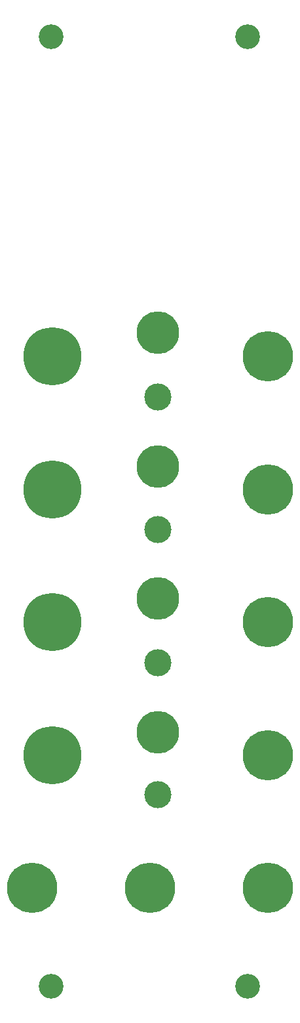
<source format=gbr>
G04 #@! TF.GenerationSoftware,KiCad,Pcbnew,6.0.6+dfsg-1*
G04 #@! TF.CreationDate,2022-08-11T17:50:01+02:00*
G04 #@! TF.ProjectId,demiurge-panel_template,64656d69-7572-4676-952d-70616e656c5f,F*
G04 #@! TF.SameCoordinates,Original*
G04 #@! TF.FileFunction,Soldermask,Top*
G04 #@! TF.FilePolarity,Negative*
%FSLAX46Y46*%
G04 Gerber Fmt 4.6, Leading zero omitted, Abs format (unit mm)*
G04 Created by KiCad (PCBNEW 6.0.6+dfsg-1) date 2022-08-11 17:50:01*
%MOMM*%
%LPD*%
G01*
G04 APERTURE LIST*
%ADD10C,3.200000*%
%ADD11C,3.500000*%
%ADD12C,5.500000*%
%ADD13C,7.500000*%
%ADD14C,6.500000*%
G04 APERTURE END LIST*
D10*
X109100000Y-44500000D03*
X109100000Y-167000000D03*
X83700000Y-167000000D03*
X83700000Y-44500000D03*
D11*
X97536000Y-90932000D03*
X97536000Y-108077000D03*
X97536000Y-125222000D03*
X97500000Y-142315000D03*
D12*
X97536000Y-134239000D03*
X97536000Y-116967000D03*
X97536000Y-99949000D03*
X97536000Y-82677000D03*
D13*
X83845400Y-85725000D03*
X83896200Y-102870000D03*
X83896200Y-120015000D03*
X83870800Y-137160000D03*
D14*
X81280000Y-154305000D03*
X96530683Y-154305000D03*
X111760000Y-154305000D03*
X111760000Y-137160000D03*
X111760000Y-120015000D03*
X111760000Y-102870000D03*
X111760000Y-85725000D03*
M02*

</source>
